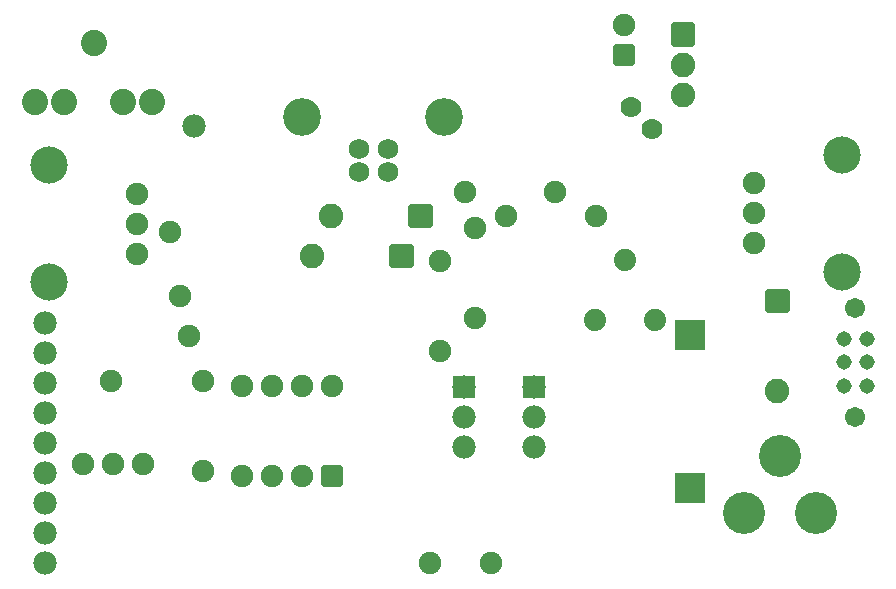
<source format=gtl>
G04 MADE WITH FRITZING*
G04 WWW.FRITZING.ORG*
G04 DOUBLE SIDED*
G04 HOLES PLATED*
G04 CONTOUR ON CENTER OF CONTOUR VECTOR*
%ASAXBY*%
%FSLAX23Y23*%
%MOIN*%
%OFA0B0*%
%SFA1.0B1.0*%
%ADD10C,0.074000*%
%ADD11C,0.082000*%
%ADD12C,0.074667*%
%ADD13C,0.074695*%
%ADD14C,0.124033*%
%ADD15C,0.075000*%
%ADD16C,0.070000*%
%ADD17C,0.140000*%
%ADD18C,0.078000*%
%ADD19C,0.100000*%
%ADD20C,0.068000*%
%ADD21C,0.126000*%
%ADD22C,0.051496*%
%ADD23C,0.067244*%
%ADD24C,0.087695*%
%ADD25C,0.087722*%
%ADD26R,0.078000X0.078000*%
%ADD27C,0.020000*%
%ADD28R,0.001000X0.001000*%
%LNCOPPER1*%
G90*
G70*
G54D10*
X2256Y2977D03*
X2156Y3177D03*
X2056Y2977D03*
X2256Y2977D03*
X2156Y3177D03*
X2056Y2977D03*
X2256Y2977D03*
X2156Y3177D03*
X2056Y2977D03*
G54D11*
X2350Y3928D03*
X2350Y3828D03*
X2350Y3728D03*
G54D12*
X531Y3398D03*
X531Y3298D03*
G54D13*
X531Y3198D03*
G54D14*
X236Y3492D03*
X236Y3104D03*
G54D12*
X531Y3398D03*
X531Y3298D03*
G54D13*
X531Y3198D03*
G54D14*
X236Y3492D03*
X236Y3104D03*
G54D15*
X641Y3269D03*
X673Y3056D03*
G54D16*
X2248Y3615D03*
X2177Y3686D03*
G54D15*
X2153Y3859D03*
X2153Y3959D03*
X552Y2497D03*
X452Y2497D03*
X352Y2497D03*
X552Y2497D03*
X452Y2497D03*
X352Y2497D03*
G54D11*
X2665Y3039D03*
X2665Y2741D03*
G54D15*
X1625Y3403D03*
X1925Y3403D03*
G54D17*
X2555Y2332D03*
X2795Y2332D03*
X2675Y2522D03*
G54D18*
X224Y2966D03*
X224Y2866D03*
X224Y2766D03*
X224Y2666D03*
X224Y2566D03*
X224Y2466D03*
X224Y2366D03*
X224Y2266D03*
X224Y2166D03*
G54D15*
X1508Y2166D03*
X1712Y2166D03*
G54D18*
X720Y3623D03*
G54D19*
X2374Y2928D03*
X2374Y2418D03*
X2374Y2928D03*
X2374Y2418D03*
G54D20*
X1269Y3470D03*
X1367Y3470D03*
X1367Y3548D03*
X1269Y3548D03*
G54D21*
X1081Y3655D03*
X1555Y3655D03*
G54D11*
X1412Y3190D03*
X1114Y3190D03*
X1475Y3324D03*
X1177Y3324D03*
G54D15*
X752Y2473D03*
X752Y2773D03*
X704Y2923D03*
X445Y2773D03*
X2060Y3324D03*
X1760Y3324D03*
X1539Y2875D03*
X1539Y3175D03*
X1657Y2985D03*
X1657Y3285D03*
G54D22*
X2964Y2914D03*
X2886Y2914D03*
X2964Y2836D03*
X2886Y2836D03*
X2964Y2757D03*
X2886Y2757D03*
G54D23*
X2925Y2655D03*
X2925Y3017D03*
G54D22*
X2964Y2914D03*
X2886Y2914D03*
X2964Y2836D03*
X2886Y2836D03*
X2964Y2757D03*
X2886Y2757D03*
G54D23*
X2925Y2655D03*
X2925Y3017D03*
G54D15*
X1180Y2457D03*
X1180Y2757D03*
X1080Y2457D03*
X1080Y2757D03*
X980Y2457D03*
X980Y2757D03*
X880Y2457D03*
X880Y2757D03*
X1180Y2457D03*
X1180Y2757D03*
X1080Y2457D03*
X1080Y2757D03*
X980Y2457D03*
X980Y2757D03*
X880Y2457D03*
X880Y2757D03*
G54D18*
X1621Y2752D03*
X1621Y2652D03*
X1621Y2552D03*
X1621Y2752D03*
X1621Y2652D03*
X1621Y2552D03*
X1854Y2752D03*
X1854Y2652D03*
X1854Y2552D03*
X1854Y2752D03*
X1854Y2652D03*
X1854Y2552D03*
G54D24*
X386Y3899D03*
G54D25*
X582Y3702D03*
X484Y3702D03*
G54D24*
X287Y3702D03*
G54D25*
X189Y3702D03*
G54D12*
X2586Y3232D03*
X2586Y3332D03*
G54D13*
X2586Y3432D03*
G54D14*
X2882Y3138D03*
X2882Y3526D03*
G54D12*
X2586Y3232D03*
X2586Y3332D03*
G54D13*
X2586Y3432D03*
G54D14*
X2882Y3138D03*
X2882Y3526D03*
G54D26*
X1621Y2752D03*
X1621Y2752D03*
X1854Y2752D03*
X1854Y2752D03*
G54D27*
X2381Y3897D02*
X2319Y3897D01*
X2319Y3959D01*
X2381Y3959D01*
X2381Y3897D01*
D02*
X2126Y3887D02*
X2181Y3887D01*
X2181Y3832D01*
X2126Y3832D01*
X2126Y3887D01*
D02*
X2696Y3009D02*
X2634Y3009D01*
X2634Y3071D01*
X2696Y3071D01*
X2696Y3009D01*
D02*
X1382Y3159D02*
X1382Y3221D01*
X1444Y3221D01*
X1444Y3159D01*
X1382Y3159D01*
D02*
X1445Y3293D02*
X1445Y3355D01*
X1507Y3355D01*
X1507Y3293D01*
X1445Y3293D01*
D02*
X1208Y2429D02*
X1153Y2429D01*
X1153Y2484D01*
X1208Y2484D01*
X1208Y2429D01*
D02*
X1208Y2429D02*
X1153Y2429D01*
X1153Y2484D01*
X1208Y2484D01*
X1208Y2429D01*
D02*
G54D28*
X2323Y2978D02*
X2422Y2978D01*
X2323Y2977D02*
X2422Y2977D01*
X2323Y2976D02*
X2422Y2976D01*
X2323Y2975D02*
X2422Y2975D01*
X2323Y2974D02*
X2422Y2974D01*
X2323Y2973D02*
X2422Y2973D01*
X2323Y2972D02*
X2422Y2972D01*
X2323Y2971D02*
X2422Y2971D01*
X2323Y2970D02*
X2422Y2970D01*
X2323Y2969D02*
X2422Y2969D01*
X2323Y2968D02*
X2364Y2968D01*
X2382Y2968D02*
X2422Y2968D01*
X2323Y2967D02*
X2360Y2967D01*
X2386Y2967D02*
X2422Y2967D01*
X2323Y2966D02*
X2357Y2966D01*
X2388Y2966D02*
X2422Y2966D01*
X2323Y2965D02*
X2355Y2965D01*
X2390Y2965D02*
X2422Y2965D01*
X2323Y2964D02*
X2353Y2964D01*
X2393Y2964D02*
X2422Y2964D01*
X2323Y2963D02*
X2352Y2963D01*
X2394Y2963D02*
X2422Y2963D01*
X2323Y2962D02*
X2350Y2962D01*
X2396Y2962D02*
X2422Y2962D01*
X2323Y2961D02*
X2349Y2961D01*
X2397Y2961D02*
X2422Y2961D01*
X2323Y2960D02*
X2347Y2960D01*
X2398Y2960D02*
X2422Y2960D01*
X2323Y2959D02*
X2346Y2959D01*
X2400Y2959D02*
X2422Y2959D01*
X2323Y2958D02*
X2345Y2958D01*
X2401Y2958D02*
X2422Y2958D01*
X2323Y2957D02*
X2344Y2957D01*
X2402Y2957D02*
X2422Y2957D01*
X2323Y2956D02*
X2343Y2956D01*
X2403Y2956D02*
X2422Y2956D01*
X2323Y2955D02*
X2342Y2955D01*
X2404Y2955D02*
X2422Y2955D01*
X2323Y2954D02*
X2341Y2954D01*
X2404Y2954D02*
X2422Y2954D01*
X2323Y2953D02*
X2340Y2953D01*
X2405Y2953D02*
X2422Y2953D01*
X2323Y2952D02*
X2340Y2952D01*
X2406Y2952D02*
X2422Y2952D01*
X2323Y2951D02*
X2339Y2951D01*
X2407Y2951D02*
X2422Y2951D01*
X2323Y2950D02*
X2338Y2950D01*
X2407Y2950D02*
X2422Y2950D01*
X2323Y2949D02*
X2338Y2949D01*
X2408Y2949D02*
X2422Y2949D01*
X2323Y2948D02*
X2337Y2948D01*
X2408Y2948D02*
X2422Y2948D01*
X2323Y2947D02*
X2337Y2947D01*
X2409Y2947D02*
X2422Y2947D01*
X2323Y2946D02*
X2336Y2946D01*
X2409Y2946D02*
X2422Y2946D01*
X2323Y2945D02*
X2336Y2945D01*
X2410Y2945D02*
X2422Y2945D01*
X2323Y2944D02*
X2335Y2944D01*
X2410Y2944D02*
X2422Y2944D01*
X2323Y2943D02*
X2335Y2943D01*
X2411Y2943D02*
X2422Y2943D01*
X2323Y2942D02*
X2335Y2942D01*
X2411Y2942D02*
X2422Y2942D01*
X2323Y2941D02*
X2334Y2941D01*
X2411Y2941D02*
X2422Y2941D01*
X2323Y2940D02*
X2334Y2940D01*
X2412Y2940D02*
X2422Y2940D01*
X2323Y2939D02*
X2334Y2939D01*
X2412Y2939D02*
X2422Y2939D01*
X2323Y2938D02*
X2333Y2938D01*
X2412Y2938D02*
X2422Y2938D01*
X2323Y2937D02*
X2333Y2937D01*
X2413Y2937D02*
X2422Y2937D01*
X2323Y2936D02*
X2333Y2936D01*
X2413Y2936D02*
X2422Y2936D01*
X2323Y2935D02*
X2333Y2935D01*
X2413Y2935D02*
X2422Y2935D01*
X2323Y2934D02*
X2333Y2934D01*
X2413Y2934D02*
X2422Y2934D01*
X2323Y2933D02*
X2333Y2933D01*
X2413Y2933D02*
X2422Y2933D01*
X2323Y2932D02*
X2333Y2932D01*
X2413Y2932D02*
X2422Y2932D01*
X2323Y2931D02*
X2332Y2931D01*
X2413Y2931D02*
X2422Y2931D01*
X2323Y2930D02*
X2332Y2930D01*
X2413Y2930D02*
X2422Y2930D01*
X2323Y2929D02*
X2332Y2929D01*
X2413Y2929D02*
X2422Y2929D01*
X2323Y2928D02*
X2332Y2928D01*
X2413Y2928D02*
X2422Y2928D01*
X2323Y2927D02*
X2332Y2927D01*
X2413Y2927D02*
X2422Y2927D01*
X2323Y2926D02*
X2333Y2926D01*
X2413Y2926D02*
X2422Y2926D01*
X2323Y2925D02*
X2333Y2925D01*
X2413Y2925D02*
X2422Y2925D01*
X2323Y2924D02*
X2333Y2924D01*
X2413Y2924D02*
X2422Y2924D01*
X2323Y2923D02*
X2333Y2923D01*
X2413Y2923D02*
X2422Y2923D01*
X2323Y2922D02*
X2333Y2922D01*
X2413Y2922D02*
X2422Y2922D01*
X2323Y2921D02*
X2333Y2921D01*
X2413Y2921D02*
X2422Y2921D01*
X2323Y2920D02*
X2333Y2920D01*
X2412Y2920D02*
X2422Y2920D01*
X2323Y2919D02*
X2334Y2919D01*
X2412Y2919D02*
X2422Y2919D01*
X2323Y2918D02*
X2334Y2918D01*
X2412Y2918D02*
X2422Y2918D01*
X2323Y2917D02*
X2334Y2917D01*
X2412Y2917D02*
X2422Y2917D01*
X2323Y2916D02*
X2335Y2916D01*
X2411Y2916D02*
X2422Y2916D01*
X2323Y2915D02*
X2335Y2915D01*
X2411Y2915D02*
X2422Y2915D01*
X2323Y2914D02*
X2335Y2914D01*
X2410Y2914D02*
X2422Y2914D01*
X2323Y2913D02*
X2336Y2913D01*
X2410Y2913D02*
X2422Y2913D01*
X2323Y2912D02*
X2336Y2912D01*
X2410Y2912D02*
X2422Y2912D01*
X2323Y2911D02*
X2337Y2911D01*
X2409Y2911D02*
X2422Y2911D01*
X2323Y2910D02*
X2337Y2910D01*
X2409Y2910D02*
X2422Y2910D01*
X2323Y2909D02*
X2338Y2909D01*
X2408Y2909D02*
X2422Y2909D01*
X2323Y2908D02*
X2338Y2908D01*
X2407Y2908D02*
X2422Y2908D01*
X2323Y2907D02*
X2339Y2907D01*
X2407Y2907D02*
X2422Y2907D01*
X2323Y2906D02*
X2340Y2906D01*
X2406Y2906D02*
X2422Y2906D01*
X2323Y2905D02*
X2340Y2905D01*
X2405Y2905D02*
X2422Y2905D01*
X2323Y2904D02*
X2341Y2904D01*
X2405Y2904D02*
X2422Y2904D01*
X2323Y2903D02*
X2342Y2903D01*
X2404Y2903D02*
X2422Y2903D01*
X2323Y2902D02*
X2343Y2902D01*
X2403Y2902D02*
X2422Y2902D01*
X2323Y2901D02*
X2344Y2901D01*
X2402Y2901D02*
X2422Y2901D01*
X2323Y2900D02*
X2345Y2900D01*
X2401Y2900D02*
X2422Y2900D01*
X2323Y2899D02*
X2346Y2899D01*
X2400Y2899D02*
X2422Y2899D01*
X2323Y2898D02*
X2347Y2898D01*
X2399Y2898D02*
X2422Y2898D01*
X2323Y2897D02*
X2348Y2897D01*
X2397Y2897D02*
X2422Y2897D01*
X2323Y2896D02*
X2350Y2896D01*
X2396Y2896D02*
X2422Y2896D01*
X2323Y2895D02*
X2351Y2895D01*
X2394Y2895D02*
X2422Y2895D01*
X2323Y2894D02*
X2353Y2894D01*
X2393Y2894D02*
X2422Y2894D01*
X2323Y2893D02*
X2355Y2893D01*
X2391Y2893D02*
X2422Y2893D01*
X2323Y2892D02*
X2357Y2892D01*
X2389Y2892D02*
X2422Y2892D01*
X2323Y2891D02*
X2360Y2891D01*
X2386Y2891D02*
X2422Y2891D01*
X2323Y2890D02*
X2363Y2890D01*
X2382Y2890D02*
X2422Y2890D01*
X2323Y2889D02*
X2371Y2889D01*
X2375Y2889D02*
X2422Y2889D01*
X2323Y2888D02*
X2422Y2888D01*
X2323Y2887D02*
X2422Y2887D01*
X2323Y2886D02*
X2422Y2886D01*
X2323Y2885D02*
X2422Y2885D01*
X2323Y2884D02*
X2422Y2884D01*
X2323Y2883D02*
X2422Y2883D01*
X2323Y2882D02*
X2422Y2882D01*
X2323Y2881D02*
X2422Y2881D01*
X2323Y2880D02*
X2422Y2880D01*
X2324Y2879D02*
X2422Y2879D01*
X2323Y2468D02*
X2422Y2468D01*
X2323Y2467D02*
X2422Y2467D01*
X2323Y2466D02*
X2422Y2466D01*
X2323Y2465D02*
X2422Y2465D01*
X2323Y2464D02*
X2422Y2464D01*
X2323Y2463D02*
X2422Y2463D01*
X2323Y2462D02*
X2422Y2462D01*
X2323Y2461D02*
X2422Y2461D01*
X2323Y2460D02*
X2422Y2460D01*
X2323Y2459D02*
X2422Y2459D01*
X2323Y2458D02*
X2364Y2458D01*
X2382Y2458D02*
X2422Y2458D01*
X2323Y2457D02*
X2360Y2457D01*
X2386Y2457D02*
X2422Y2457D01*
X2323Y2456D02*
X2357Y2456D01*
X2388Y2456D02*
X2422Y2456D01*
X2323Y2455D02*
X2355Y2455D01*
X2390Y2455D02*
X2422Y2455D01*
X2323Y2454D02*
X2353Y2454D01*
X2393Y2454D02*
X2422Y2454D01*
X2323Y2453D02*
X2352Y2453D01*
X2394Y2453D02*
X2422Y2453D01*
X2323Y2452D02*
X2350Y2452D01*
X2396Y2452D02*
X2422Y2452D01*
X2323Y2451D02*
X2349Y2451D01*
X2397Y2451D02*
X2422Y2451D01*
X2323Y2450D02*
X2347Y2450D01*
X2398Y2450D02*
X2422Y2450D01*
X2323Y2449D02*
X2346Y2449D01*
X2400Y2449D02*
X2422Y2449D01*
X2323Y2448D02*
X2345Y2448D01*
X2401Y2448D02*
X2422Y2448D01*
X2323Y2447D02*
X2344Y2447D01*
X2402Y2447D02*
X2422Y2447D01*
X2323Y2446D02*
X2343Y2446D01*
X2403Y2446D02*
X2422Y2446D01*
X2323Y2445D02*
X2342Y2445D01*
X2404Y2445D02*
X2422Y2445D01*
X2323Y2444D02*
X2341Y2444D01*
X2404Y2444D02*
X2422Y2444D01*
X2323Y2443D02*
X2340Y2443D01*
X2405Y2443D02*
X2422Y2443D01*
X2323Y2442D02*
X2340Y2442D01*
X2406Y2442D02*
X2422Y2442D01*
X2323Y2441D02*
X2339Y2441D01*
X2407Y2441D02*
X2422Y2441D01*
X2323Y2440D02*
X2338Y2440D01*
X2407Y2440D02*
X2422Y2440D01*
X2323Y2439D02*
X2338Y2439D01*
X2408Y2439D02*
X2422Y2439D01*
X2323Y2438D02*
X2337Y2438D01*
X2408Y2438D02*
X2422Y2438D01*
X2323Y2437D02*
X2337Y2437D01*
X2409Y2437D02*
X2422Y2437D01*
X2323Y2436D02*
X2336Y2436D01*
X2409Y2436D02*
X2422Y2436D01*
X2323Y2435D02*
X2336Y2435D01*
X2410Y2435D02*
X2422Y2435D01*
X2323Y2434D02*
X2335Y2434D01*
X2410Y2434D02*
X2422Y2434D01*
X2323Y2433D02*
X2335Y2433D01*
X2411Y2433D02*
X2422Y2433D01*
X2323Y2432D02*
X2335Y2432D01*
X2411Y2432D02*
X2422Y2432D01*
X2323Y2431D02*
X2334Y2431D01*
X2411Y2431D02*
X2422Y2431D01*
X2323Y2430D02*
X2334Y2430D01*
X2412Y2430D02*
X2422Y2430D01*
X2323Y2429D02*
X2334Y2429D01*
X2412Y2429D02*
X2422Y2429D01*
X2323Y2428D02*
X2333Y2428D01*
X2412Y2428D02*
X2422Y2428D01*
X2323Y2427D02*
X2333Y2427D01*
X2413Y2427D02*
X2422Y2427D01*
X2323Y2426D02*
X2333Y2426D01*
X2413Y2426D02*
X2422Y2426D01*
X2323Y2425D02*
X2333Y2425D01*
X2413Y2425D02*
X2422Y2425D01*
X2323Y2424D02*
X2333Y2424D01*
X2413Y2424D02*
X2422Y2424D01*
X2323Y2423D02*
X2333Y2423D01*
X2413Y2423D02*
X2422Y2423D01*
X2323Y2422D02*
X2333Y2422D01*
X2413Y2422D02*
X2422Y2422D01*
X2323Y2421D02*
X2332Y2421D01*
X2413Y2421D02*
X2422Y2421D01*
X2323Y2420D02*
X2332Y2420D01*
X2413Y2420D02*
X2422Y2420D01*
X2323Y2419D02*
X2332Y2419D01*
X2413Y2419D02*
X2422Y2419D01*
X2323Y2418D02*
X2332Y2418D01*
X2413Y2418D02*
X2422Y2418D01*
X2323Y2417D02*
X2332Y2417D01*
X2413Y2417D02*
X2422Y2417D01*
X2323Y2416D02*
X2333Y2416D01*
X2413Y2416D02*
X2422Y2416D01*
X2323Y2415D02*
X2333Y2415D01*
X2413Y2415D02*
X2422Y2415D01*
X2323Y2414D02*
X2333Y2414D01*
X2413Y2414D02*
X2422Y2414D01*
X2323Y2413D02*
X2333Y2413D01*
X2413Y2413D02*
X2422Y2413D01*
X2323Y2412D02*
X2333Y2412D01*
X2413Y2412D02*
X2422Y2412D01*
X2323Y2411D02*
X2333Y2411D01*
X2413Y2411D02*
X2422Y2411D01*
X2323Y2410D02*
X2333Y2410D01*
X2412Y2410D02*
X2422Y2410D01*
X2323Y2409D02*
X2334Y2409D01*
X2412Y2409D02*
X2422Y2409D01*
X2323Y2408D02*
X2334Y2408D01*
X2412Y2408D02*
X2422Y2408D01*
X2323Y2407D02*
X2334Y2407D01*
X2412Y2407D02*
X2422Y2407D01*
X2323Y2406D02*
X2335Y2406D01*
X2411Y2406D02*
X2422Y2406D01*
X2323Y2405D02*
X2335Y2405D01*
X2411Y2405D02*
X2422Y2405D01*
X2323Y2404D02*
X2335Y2404D01*
X2410Y2404D02*
X2422Y2404D01*
X2323Y2403D02*
X2336Y2403D01*
X2410Y2403D02*
X2422Y2403D01*
X2323Y2402D02*
X2336Y2402D01*
X2410Y2402D02*
X2422Y2402D01*
X2323Y2401D02*
X2337Y2401D01*
X2409Y2401D02*
X2422Y2401D01*
X2323Y2400D02*
X2337Y2400D01*
X2409Y2400D02*
X2422Y2400D01*
X2323Y2399D02*
X2338Y2399D01*
X2408Y2399D02*
X2422Y2399D01*
X2323Y2398D02*
X2338Y2398D01*
X2407Y2398D02*
X2422Y2398D01*
X2323Y2397D02*
X2339Y2397D01*
X2407Y2397D02*
X2422Y2397D01*
X2323Y2396D02*
X2340Y2396D01*
X2406Y2396D02*
X2422Y2396D01*
X2323Y2395D02*
X2340Y2395D01*
X2405Y2395D02*
X2422Y2395D01*
X2323Y2394D02*
X2341Y2394D01*
X2405Y2394D02*
X2422Y2394D01*
X2323Y2393D02*
X2342Y2393D01*
X2404Y2393D02*
X2422Y2393D01*
X2323Y2392D02*
X2343Y2392D01*
X2403Y2392D02*
X2422Y2392D01*
X2323Y2391D02*
X2344Y2391D01*
X2402Y2391D02*
X2422Y2391D01*
X2323Y2390D02*
X2345Y2390D01*
X2401Y2390D02*
X2422Y2390D01*
X2323Y2389D02*
X2346Y2389D01*
X2400Y2389D02*
X2422Y2389D01*
X2323Y2388D02*
X2347Y2388D01*
X2399Y2388D02*
X2422Y2388D01*
X2323Y2387D02*
X2348Y2387D01*
X2397Y2387D02*
X2422Y2387D01*
X2323Y2386D02*
X2350Y2386D01*
X2396Y2386D02*
X2422Y2386D01*
X2323Y2385D02*
X2351Y2385D01*
X2394Y2385D02*
X2422Y2385D01*
X2323Y2384D02*
X2353Y2384D01*
X2393Y2384D02*
X2422Y2384D01*
X2323Y2383D02*
X2355Y2383D01*
X2391Y2383D02*
X2422Y2383D01*
X2323Y2382D02*
X2357Y2382D01*
X2389Y2382D02*
X2422Y2382D01*
X2323Y2381D02*
X2360Y2381D01*
X2386Y2381D02*
X2422Y2381D01*
X2323Y2380D02*
X2363Y2380D01*
X2382Y2380D02*
X2422Y2380D01*
X2323Y2379D02*
X2371Y2379D01*
X2375Y2379D02*
X2422Y2379D01*
X2323Y2378D02*
X2422Y2378D01*
X2323Y2377D02*
X2422Y2377D01*
X2323Y2376D02*
X2422Y2376D01*
X2323Y2375D02*
X2422Y2375D01*
X2323Y2374D02*
X2422Y2374D01*
X2323Y2373D02*
X2422Y2373D01*
X2323Y2372D02*
X2422Y2372D01*
X2323Y2371D02*
X2422Y2371D01*
X2323Y2370D02*
X2422Y2370D01*
X2324Y2369D02*
X2422Y2369D01*
D02*
G04 End of Copper1*
M02*
</source>
